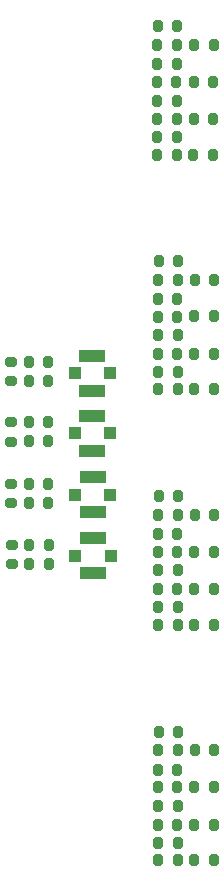
<source format=gbr>
%TF.GenerationSoftware,KiCad,Pcbnew,8.0.5-8.0.5-0~ubuntu22.04.1*%
%TF.CreationDate,2024-10-05T08:55:46-07:00*%
%TF.ProjectId,pmod_ethernet_la,706d6f64-5f65-4746-9865-726e65745f6c,rev?*%
%TF.SameCoordinates,Original*%
%TF.FileFunction,Paste,Top*%
%TF.FilePolarity,Positive*%
%FSLAX46Y46*%
G04 Gerber Fmt 4.6, Leading zero omitted, Abs format (unit mm)*
G04 Created by KiCad (PCBNEW 8.0.5-8.0.5-0~ubuntu22.04.1) date 2024-10-05 08:55:46*
%MOMM*%
%LPD*%
G01*
G04 APERTURE LIST*
G04 Aperture macros list*
%AMRoundRect*
0 Rectangle with rounded corners*
0 $1 Rounding radius*
0 $2 $3 $4 $5 $6 $7 $8 $9 X,Y pos of 4 corners*
0 Add a 4 corners polygon primitive as box body*
4,1,4,$2,$3,$4,$5,$6,$7,$8,$9,$2,$3,0*
0 Add four circle primitives for the rounded corners*
1,1,$1+$1,$2,$3*
1,1,$1+$1,$4,$5*
1,1,$1+$1,$6,$7*
1,1,$1+$1,$8,$9*
0 Add four rect primitives between the rounded corners*
20,1,$1+$1,$2,$3,$4,$5,0*
20,1,$1+$1,$4,$5,$6,$7,0*
20,1,$1+$1,$6,$7,$8,$9,0*
20,1,$1+$1,$8,$9,$2,$3,0*%
G04 Aperture macros list end*
%ADD10RoundRect,0.200000X-0.200000X-0.275000X0.200000X-0.275000X0.200000X0.275000X-0.200000X0.275000X0*%
%ADD11RoundRect,0.200000X0.275000X-0.200000X0.275000X0.200000X-0.275000X0.200000X-0.275000X-0.200000X0*%
%ADD12RoundRect,0.200000X-0.275000X0.200000X-0.275000X-0.200000X0.275000X-0.200000X0.275000X0.200000X0*%
%ADD13R,1.000000X1.000000*%
%ADD14R,2.200000X1.050000*%
%ADD15RoundRect,0.200000X0.200000X0.275000X-0.200000X0.275000X-0.200000X-0.275000X0.200000X-0.275000X0*%
G04 APERTURE END LIST*
D10*
%TO.C,R902*%
X96750000Y-115000001D03*
X98400000Y-115000001D03*
%TD*%
D11*
%TO.C,R901*%
X95250000Y-116625001D03*
X95250000Y-114975001D03*
%TD*%
D10*
%TO.C,R802*%
X96750000Y-109900000D03*
X98400000Y-109900000D03*
%TD*%
D11*
%TO.C,R801*%
X95250000Y-111525000D03*
X95250000Y-109875000D03*
%TD*%
D10*
%TO.C,R702*%
X96800000Y-125375000D03*
X98450000Y-125375000D03*
%TD*%
D12*
%TO.C,R701*%
X95300000Y-125350000D03*
X95300000Y-127000000D03*
%TD*%
D10*
%TO.C,R602*%
X96775000Y-120200000D03*
X98425000Y-120200000D03*
%TD*%
D11*
%TO.C,R601*%
X95275000Y-121825000D03*
X95275000Y-120175000D03*
%TD*%
D13*
%TO.C,J901*%
X100650000Y-115925001D03*
D14*
X102150000Y-114450001D03*
D13*
X103650000Y-115925001D03*
D14*
X102150000Y-117400001D03*
%TD*%
D13*
%TO.C,J801*%
X100650000Y-110825000D03*
D14*
X102150000Y-109350000D03*
D13*
X103650000Y-110825000D03*
D14*
X102150000Y-112300000D03*
%TD*%
D13*
%TO.C,J701*%
X100700000Y-126300000D03*
D14*
X102200000Y-124825000D03*
D13*
X103700000Y-126300000D03*
D14*
X102200000Y-127775000D03*
%TD*%
%TO.C,J601*%
X102175000Y-122600000D03*
D13*
X103675000Y-121125000D03*
D14*
X102175000Y-119650000D03*
D13*
X100675000Y-121125000D03*
%TD*%
D10*
%TO.C,C901*%
X96750000Y-116600001D03*
X98400000Y-116600001D03*
%TD*%
%TO.C,C801*%
X96750000Y-111500000D03*
X98400000Y-111500000D03*
%TD*%
%TO.C,C701*%
X96800000Y-126975000D03*
X98450000Y-126975000D03*
%TD*%
%TO.C,C601*%
X96775000Y-121800000D03*
X98425000Y-121800000D03*
%TD*%
D15*
%TO.C,R508*%
X109375000Y-102900001D03*
X107725000Y-102900001D03*
%TD*%
%TO.C,R507*%
X109350000Y-104540001D03*
X107700000Y-104540001D03*
%TD*%
%TO.C,R506*%
X109350000Y-109200001D03*
X107700000Y-109200001D03*
%TD*%
%TO.C,R505*%
X109375000Y-110700001D03*
X107725000Y-110700001D03*
%TD*%
%TO.C,R504*%
X112475000Y-102900001D03*
X110825000Y-102900001D03*
%TD*%
%TO.C,R503*%
X112425000Y-106000001D03*
X110775000Y-106000001D03*
%TD*%
%TO.C,R502*%
X112425000Y-109200001D03*
X110775000Y-109200001D03*
%TD*%
%TO.C,R501*%
X112400000Y-112200001D03*
X110750000Y-112200001D03*
%TD*%
%TO.C,R408*%
X109375000Y-122833334D03*
X107725000Y-122833334D03*
%TD*%
%TO.C,R407*%
X109350000Y-124473334D03*
X107700000Y-124473334D03*
%TD*%
%TO.C,R406*%
X109350000Y-129133334D03*
X107700000Y-129133334D03*
%TD*%
%TO.C,R405*%
X109375000Y-130633334D03*
X107725000Y-130633334D03*
%TD*%
%TO.C,R404*%
X112475000Y-122833334D03*
X110825000Y-122833334D03*
%TD*%
%TO.C,R403*%
X112425000Y-125933334D03*
X110775000Y-125933334D03*
%TD*%
%TO.C,R402*%
X112425000Y-129133334D03*
X110775000Y-129133334D03*
%TD*%
%TO.C,R401*%
X112400000Y-132133334D03*
X110750000Y-132133334D03*
%TD*%
%TO.C,R308*%
X109375000Y-142766667D03*
X107725000Y-142766667D03*
%TD*%
%TO.C,R307*%
X109350000Y-144406667D03*
X107700000Y-144406667D03*
%TD*%
%TO.C,R306*%
X109350000Y-149066667D03*
X107700000Y-149066667D03*
%TD*%
%TO.C,R305*%
X109375000Y-150566667D03*
X107725000Y-150566667D03*
%TD*%
%TO.C,R304*%
X112475000Y-142766667D03*
X110825000Y-142766667D03*
%TD*%
%TO.C,R303*%
X112425000Y-145866667D03*
X110775000Y-145866667D03*
%TD*%
%TO.C,R302*%
X112425000Y-149066667D03*
X110775000Y-149066667D03*
%TD*%
%TO.C,R301*%
X112400000Y-152066667D03*
X110750000Y-152066667D03*
%TD*%
%TO.C,C504*%
X109400000Y-101300001D03*
X107750000Y-101300001D03*
%TD*%
%TO.C,C503*%
X109325000Y-106040001D03*
X107675000Y-106040001D03*
%TD*%
%TO.C,C502*%
X109375000Y-107600001D03*
X107725000Y-107600001D03*
%TD*%
%TO.C,C501*%
X109375000Y-112200001D03*
X107725000Y-112200001D03*
%TD*%
%TO.C,C404*%
X109400000Y-121233334D03*
X107750000Y-121233334D03*
%TD*%
%TO.C,C403*%
X109325000Y-125973334D03*
X107675000Y-125973334D03*
%TD*%
%TO.C,C402*%
X109375000Y-127533334D03*
X107725000Y-127533334D03*
%TD*%
%TO.C,C401*%
X109375000Y-132133334D03*
X107725000Y-132133334D03*
%TD*%
%TO.C,C304*%
X109400000Y-141166667D03*
X107750000Y-141166667D03*
%TD*%
%TO.C,C303*%
X109325000Y-145906667D03*
X107675000Y-145906667D03*
%TD*%
%TO.C,C302*%
X109375000Y-147466667D03*
X107725000Y-147466667D03*
%TD*%
%TO.C,C301*%
X109375000Y-152066667D03*
X107725000Y-152066667D03*
%TD*%
%TO.C,R208*%
X109305000Y-83046667D03*
X107655000Y-83046667D03*
%TD*%
%TO.C,R204*%
X112405000Y-83046667D03*
X110755000Y-83046667D03*
%TD*%
%TO.C,R207*%
X109280000Y-84686667D03*
X107630000Y-84686667D03*
%TD*%
%TO.C,R203*%
X112355000Y-86146667D03*
X110705000Y-86146667D03*
%TD*%
%TO.C,R206*%
X109280000Y-89346667D03*
X107630000Y-89346667D03*
%TD*%
%TO.C,R202*%
X112355000Y-89346667D03*
X110705000Y-89346667D03*
%TD*%
%TO.C,C204*%
X109330000Y-81446667D03*
X107680000Y-81446667D03*
%TD*%
%TO.C,C203*%
X109255000Y-86186667D03*
X107605000Y-86186667D03*
%TD*%
%TO.C,C202*%
X109305000Y-87746667D03*
X107655000Y-87746667D03*
%TD*%
%TO.C,R205*%
X109305000Y-90846667D03*
X107655000Y-90846667D03*
%TD*%
%TO.C,R201*%
X112330000Y-92346667D03*
X110680000Y-92346667D03*
%TD*%
%TO.C,C201*%
X109305000Y-92346667D03*
X107655000Y-92346667D03*
%TD*%
M02*

</source>
